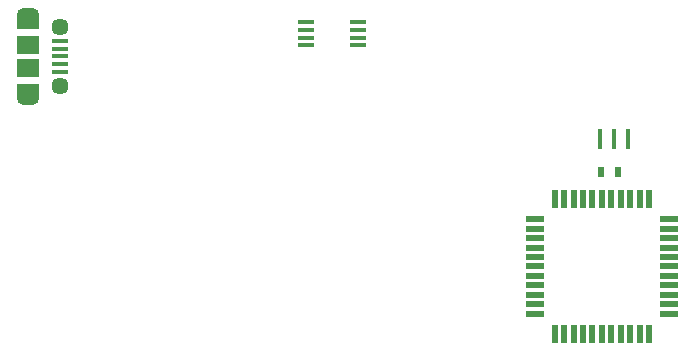
<source format=gbr>
G04 #@! TF.FileFunction,Soldermask,Top*
%FSLAX46Y46*%
G04 Gerber Fmt 4.6, Leading zero omitted, Abs format (unit mm)*
G04 Created by KiCad (PCBNEW 4.0.7) date 09/19/18 21:44:26*
%MOMM*%
%LPD*%
G01*
G04 APERTURE LIST*
%ADD10C,0.100000*%
%ADD11R,0.400000X1.800000*%
%ADD12R,1.450000X0.450000*%
%ADD13R,1.500000X0.550000*%
%ADD14R,0.550000X1.500000*%
%ADD15R,1.900000X1.500000*%
%ADD16C,1.450000*%
%ADD17R,1.350000X0.400000*%
%ADD18O,1.900000X1.200000*%
%ADD19R,1.900000X1.200000*%
%ADD20R,0.500000X0.900000*%
G04 APERTURE END LIST*
D10*
D11*
X157296000Y-98425000D03*
X158496000Y-98425000D03*
X159696000Y-98425000D03*
D12*
X132420000Y-88560000D03*
X132420000Y-89210000D03*
X132420000Y-89860000D03*
X132420000Y-90510000D03*
X136820000Y-90510000D03*
X136820000Y-89860000D03*
X136820000Y-89210000D03*
X136820000Y-88560000D03*
D13*
X163180000Y-113220000D03*
X163180000Y-112420000D03*
X163180000Y-111620000D03*
X163180000Y-110820000D03*
X163180000Y-110020000D03*
X163180000Y-109220000D03*
X163180000Y-108420000D03*
X163180000Y-107620000D03*
X163180000Y-106820000D03*
X163180000Y-106020000D03*
X163180000Y-105220000D03*
D14*
X161480000Y-103520000D03*
X160680000Y-103520000D03*
X159880000Y-103520000D03*
X159080000Y-103520000D03*
X158280000Y-103520000D03*
X157480000Y-103520000D03*
X156680000Y-103520000D03*
X155880000Y-103520000D03*
X155080000Y-103520000D03*
X154280000Y-103520000D03*
X153480000Y-103520000D03*
D13*
X151780000Y-105220000D03*
X151780000Y-106020000D03*
X151780000Y-106820000D03*
X151780000Y-107620000D03*
X151780000Y-108420000D03*
X151780000Y-109220000D03*
X151780000Y-110020000D03*
X151780000Y-110820000D03*
X151780000Y-111620000D03*
X151780000Y-112420000D03*
X151780000Y-113220000D03*
D14*
X153480000Y-114920000D03*
X154280000Y-114920000D03*
X155080000Y-114920000D03*
X155880000Y-114920000D03*
X156680000Y-114920000D03*
X157480000Y-114920000D03*
X158280000Y-114920000D03*
X159080000Y-114920000D03*
X159880000Y-114920000D03*
X160680000Y-114920000D03*
X161480000Y-114920000D03*
D15*
X108870000Y-92440000D03*
D16*
X111570000Y-88940000D03*
D17*
X111570000Y-90790000D03*
X111570000Y-90140000D03*
X111570000Y-92740000D03*
X111570000Y-92090000D03*
X111570000Y-91440000D03*
D16*
X111570000Y-93940000D03*
D15*
X108870000Y-90440000D03*
D18*
X108870000Y-87940000D03*
X108870000Y-94940000D03*
D19*
X108870000Y-94340000D03*
X108870000Y-88540000D03*
D20*
X158865000Y-101219000D03*
X157365000Y-101219000D03*
M02*

</source>
